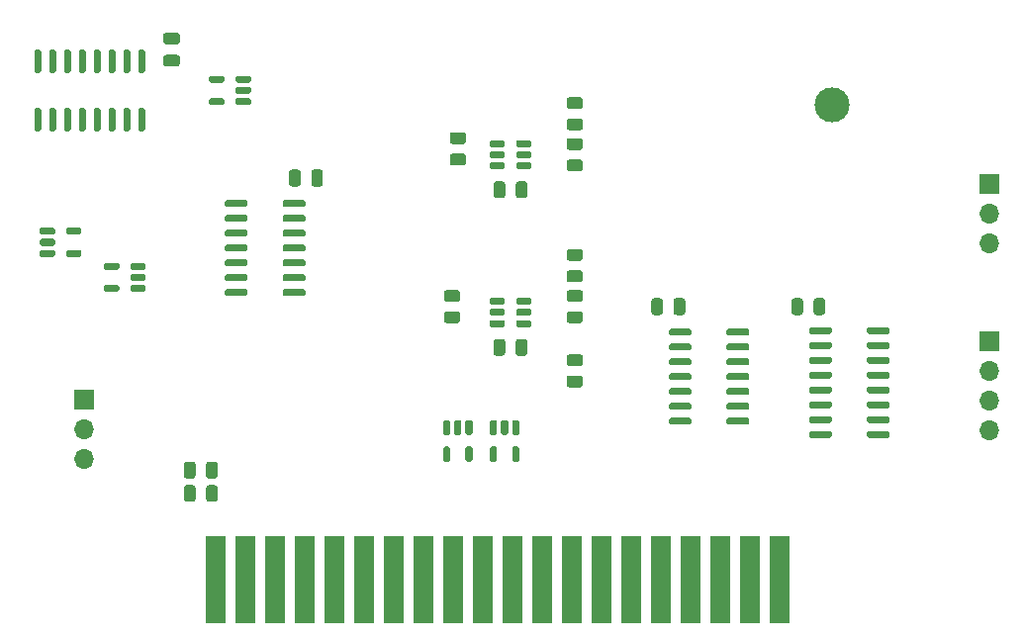
<source format=gbr>
G04 #@! TF.GenerationSoftware,KiCad,Pcbnew,(5.1.8)-1*
G04 #@! TF.CreationDate,2021-05-20T13:25:16+02:00*
G04 #@! TF.ProjectId,UART_peripheral_card_A,55415254-5f70-4657-9269-70686572616c,A V1.1*
G04 #@! TF.SameCoordinates,PX4fa1be0PY3fe56c0*
G04 #@! TF.FileFunction,Soldermask,Bot*
G04 #@! TF.FilePolarity,Negative*
%FSLAX46Y46*%
G04 Gerber Fmt 4.6, Leading zero omitted, Abs format (unit mm)*
G04 Created by KiCad (PCBNEW (5.1.8)-1) date 2021-05-20 13:25:16*
%MOMM*%
%LPD*%
G01*
G04 APERTURE LIST*
%ADD10R,1.700000X7.500000*%
%ADD11C,3.000000*%
%ADD12R,1.700000X1.700000*%
%ADD13O,1.700000X1.700000*%
G04 APERTURE END LIST*
D10*
X72500000Y-49900000D03*
X69960000Y-49900000D03*
X67420000Y-49900000D03*
X64880000Y-49900000D03*
X62340000Y-49900000D03*
X59800000Y-49900000D03*
X57260000Y-49900000D03*
X54720000Y-49900000D03*
X52180000Y-49900000D03*
X49640000Y-49900000D03*
X47100000Y-49900000D03*
X44560000Y-49900000D03*
X42020000Y-49900000D03*
X39480000Y-49900000D03*
X36940000Y-49900000D03*
X31860000Y-49900000D03*
X34400000Y-49900000D03*
X24240000Y-49900000D03*
X26780000Y-49900000D03*
X29320000Y-49900000D03*
D11*
X77000000Y-9200000D03*
G36*
G01*
X24450000Y-42025000D02*
X24450000Y-42975000D01*
G75*
G02*
X24200000Y-43225000I-250000J0D01*
G01*
X23700000Y-43225000D01*
G75*
G02*
X23450000Y-42975000I0J250000D01*
G01*
X23450000Y-42025000D01*
G75*
G02*
X23700000Y-41775000I250000J0D01*
G01*
X24200000Y-41775000D01*
G75*
G02*
X24450000Y-42025000I0J-250000D01*
G01*
G37*
G36*
G01*
X22550000Y-42025000D02*
X22550000Y-42975000D01*
G75*
G02*
X22300000Y-43225000I-250000J0D01*
G01*
X21800000Y-43225000D01*
G75*
G02*
X21550000Y-42975000I0J250000D01*
G01*
X21550000Y-42025000D01*
G75*
G02*
X21800000Y-41775000I250000J0D01*
G01*
X22300000Y-41775000D01*
G75*
G02*
X22550000Y-42025000I0J-250000D01*
G01*
G37*
G36*
G01*
X22550000Y-40025000D02*
X22550000Y-40975000D01*
G75*
G02*
X22300000Y-41225000I-250000J0D01*
G01*
X21800000Y-41225000D01*
G75*
G02*
X21550000Y-40975000I0J250000D01*
G01*
X21550000Y-40025000D01*
G75*
G02*
X21800000Y-39775000I250000J0D01*
G01*
X22300000Y-39775000D01*
G75*
G02*
X22550000Y-40025000I0J-250000D01*
G01*
G37*
G36*
G01*
X24450000Y-40025000D02*
X24450000Y-40975000D01*
G75*
G02*
X24200000Y-41225000I-250000J0D01*
G01*
X23700000Y-41225000D01*
G75*
G02*
X23450000Y-40975000I0J250000D01*
G01*
X23450000Y-40025000D01*
G75*
G02*
X23700000Y-39775000I250000J0D01*
G01*
X24200000Y-39775000D01*
G75*
G02*
X24450000Y-40025000I0J-250000D01*
G01*
G37*
G36*
G01*
X50950000Y-16025000D02*
X50950000Y-16975000D01*
G75*
G02*
X50700000Y-17225000I-250000J0D01*
G01*
X50200000Y-17225000D01*
G75*
G02*
X49950000Y-16975000I0J250000D01*
G01*
X49950000Y-16025000D01*
G75*
G02*
X50200000Y-15775000I250000J0D01*
G01*
X50700000Y-15775000D01*
G75*
G02*
X50950000Y-16025000I0J-250000D01*
G01*
G37*
G36*
G01*
X49050000Y-16025000D02*
X49050000Y-16975000D01*
G75*
G02*
X48800000Y-17225000I-250000J0D01*
G01*
X48300000Y-17225000D01*
G75*
G02*
X48050000Y-16975000I0J250000D01*
G01*
X48050000Y-16025000D01*
G75*
G02*
X48300000Y-15775000I250000J0D01*
G01*
X48800000Y-15775000D01*
G75*
G02*
X49050000Y-16025000I0J-250000D01*
G01*
G37*
G36*
G01*
X49050000Y-29525000D02*
X49050000Y-30475000D01*
G75*
G02*
X48800000Y-30725000I-250000J0D01*
G01*
X48300000Y-30725000D01*
G75*
G02*
X48050000Y-30475000I0J250000D01*
G01*
X48050000Y-29525000D01*
G75*
G02*
X48300000Y-29275000I250000J0D01*
G01*
X48800000Y-29275000D01*
G75*
G02*
X49050000Y-29525000I0J-250000D01*
G01*
G37*
G36*
G01*
X50950000Y-29525000D02*
X50950000Y-30475000D01*
G75*
G02*
X50700000Y-30725000I-250000J0D01*
G01*
X50200000Y-30725000D01*
G75*
G02*
X49950000Y-30475000I0J250000D01*
G01*
X49950000Y-29525000D01*
G75*
G02*
X50200000Y-29275000I250000J0D01*
G01*
X50700000Y-29275000D01*
G75*
G02*
X50950000Y-29525000I0J-250000D01*
G01*
G37*
G36*
G01*
X20025000Y-3050000D02*
X20975000Y-3050000D01*
G75*
G02*
X21225000Y-3300000I0J-250000D01*
G01*
X21225000Y-3800000D01*
G75*
G02*
X20975000Y-4050000I-250000J0D01*
G01*
X20025000Y-4050000D01*
G75*
G02*
X19775000Y-3800000I0J250000D01*
G01*
X19775000Y-3300000D01*
G75*
G02*
X20025000Y-3050000I250000J0D01*
G01*
G37*
G36*
G01*
X20025000Y-4950000D02*
X20975000Y-4950000D01*
G75*
G02*
X21225000Y-5200000I0J-250000D01*
G01*
X21225000Y-5700000D01*
G75*
G02*
X20975000Y-5950000I-250000J0D01*
G01*
X20025000Y-5950000D01*
G75*
G02*
X19775000Y-5700000I0J250000D01*
G01*
X19775000Y-5200000D01*
G75*
G02*
X20025000Y-4950000I250000J0D01*
G01*
G37*
G36*
G01*
X63450000Y-26975000D02*
X63450000Y-26025000D01*
G75*
G02*
X63700000Y-25775000I250000J0D01*
G01*
X64200000Y-25775000D01*
G75*
G02*
X64450000Y-26025000I0J-250000D01*
G01*
X64450000Y-26975000D01*
G75*
G02*
X64200000Y-27225000I-250000J0D01*
G01*
X63700000Y-27225000D01*
G75*
G02*
X63450000Y-26975000I0J250000D01*
G01*
G37*
G36*
G01*
X61550000Y-26975000D02*
X61550000Y-26025000D01*
G75*
G02*
X61800000Y-25775000I250000J0D01*
G01*
X62300000Y-25775000D01*
G75*
G02*
X62550000Y-26025000I0J-250000D01*
G01*
X62550000Y-26975000D01*
G75*
G02*
X62300000Y-27225000I-250000J0D01*
G01*
X61800000Y-27225000D01*
G75*
G02*
X61550000Y-26975000I0J250000D01*
G01*
G37*
G36*
G01*
X75450000Y-26975000D02*
X75450000Y-26025000D01*
G75*
G02*
X75700000Y-25775000I250000J0D01*
G01*
X76200000Y-25775000D01*
G75*
G02*
X76450000Y-26025000I0J-250000D01*
G01*
X76450000Y-26975000D01*
G75*
G02*
X76200000Y-27225000I-250000J0D01*
G01*
X75700000Y-27225000D01*
G75*
G02*
X75450000Y-26975000I0J250000D01*
G01*
G37*
G36*
G01*
X73550000Y-26975000D02*
X73550000Y-26025000D01*
G75*
G02*
X73800000Y-25775000I250000J0D01*
G01*
X74300000Y-25775000D01*
G75*
G02*
X74550000Y-26025000I0J-250000D01*
G01*
X74550000Y-26975000D01*
G75*
G02*
X74300000Y-27225000I-250000J0D01*
G01*
X73800000Y-27225000D01*
G75*
G02*
X73550000Y-26975000I0J250000D01*
G01*
G37*
G36*
G01*
X33450000Y-15025000D02*
X33450000Y-15975000D01*
G75*
G02*
X33200000Y-16225000I-250000J0D01*
G01*
X32700000Y-16225000D01*
G75*
G02*
X32450000Y-15975000I0J250000D01*
G01*
X32450000Y-15025000D01*
G75*
G02*
X32700000Y-14775000I250000J0D01*
G01*
X33200000Y-14775000D01*
G75*
G02*
X33450000Y-15025000I0J-250000D01*
G01*
G37*
G36*
G01*
X31550000Y-15025000D02*
X31550000Y-15975000D01*
G75*
G02*
X31300000Y-16225000I-250000J0D01*
G01*
X30800000Y-16225000D01*
G75*
G02*
X30550000Y-15975000I0J250000D01*
G01*
X30550000Y-15025000D01*
G75*
G02*
X30800000Y-14775000I250000J0D01*
G01*
X31300000Y-14775000D01*
G75*
G02*
X31550000Y-15025000I0J-250000D01*
G01*
G37*
D12*
X90500000Y-29500000D03*
D13*
X90500000Y-32040000D03*
X90500000Y-34580000D03*
X90500000Y-37120000D03*
D12*
X90500000Y-16000000D03*
D13*
X90500000Y-18540000D03*
X90500000Y-21080000D03*
D12*
X13000000Y-34500000D03*
D13*
X13000000Y-37040000D03*
X13000000Y-39580000D03*
G36*
G01*
X55450002Y-14925000D02*
X54549998Y-14925000D01*
G75*
G02*
X54300000Y-14675002I0J249998D01*
G01*
X54300000Y-14149998D01*
G75*
G02*
X54549998Y-13900000I249998J0D01*
G01*
X55450002Y-13900000D01*
G75*
G02*
X55700000Y-14149998I0J-249998D01*
G01*
X55700000Y-14675002D01*
G75*
G02*
X55450002Y-14925000I-249998J0D01*
G01*
G37*
G36*
G01*
X55450002Y-13100000D02*
X54549998Y-13100000D01*
G75*
G02*
X54300000Y-12850002I0J249998D01*
G01*
X54300000Y-12324998D01*
G75*
G02*
X54549998Y-12075000I249998J0D01*
G01*
X55450002Y-12075000D01*
G75*
G02*
X55700000Y-12324998I0J-249998D01*
G01*
X55700000Y-12850002D01*
G75*
G02*
X55450002Y-13100000I-249998J0D01*
G01*
G37*
G36*
G01*
X55450002Y-9600000D02*
X54549998Y-9600000D01*
G75*
G02*
X54300000Y-9350002I0J249998D01*
G01*
X54300000Y-8824998D01*
G75*
G02*
X54549998Y-8575000I249998J0D01*
G01*
X55450002Y-8575000D01*
G75*
G02*
X55700000Y-8824998I0J-249998D01*
G01*
X55700000Y-9350002D01*
G75*
G02*
X55450002Y-9600000I-249998J0D01*
G01*
G37*
G36*
G01*
X55450002Y-11425000D02*
X54549998Y-11425000D01*
G75*
G02*
X54300000Y-11175002I0J249998D01*
G01*
X54300000Y-10649998D01*
G75*
G02*
X54549998Y-10400000I249998J0D01*
G01*
X55450002Y-10400000D01*
G75*
G02*
X55700000Y-10649998I0J-249998D01*
G01*
X55700000Y-11175002D01*
G75*
G02*
X55450002Y-11425000I-249998J0D01*
G01*
G37*
G36*
G01*
X55450002Y-27925000D02*
X54549998Y-27925000D01*
G75*
G02*
X54300000Y-27675002I0J249998D01*
G01*
X54300000Y-27149998D01*
G75*
G02*
X54549998Y-26900000I249998J0D01*
G01*
X55450002Y-26900000D01*
G75*
G02*
X55700000Y-27149998I0J-249998D01*
G01*
X55700000Y-27675002D01*
G75*
G02*
X55450002Y-27925000I-249998J0D01*
G01*
G37*
G36*
G01*
X55450002Y-26100000D02*
X54549998Y-26100000D01*
G75*
G02*
X54300000Y-25850002I0J249998D01*
G01*
X54300000Y-25324998D01*
G75*
G02*
X54549998Y-25075000I249998J0D01*
G01*
X55450002Y-25075000D01*
G75*
G02*
X55700000Y-25324998I0J-249998D01*
G01*
X55700000Y-25850002D01*
G75*
G02*
X55450002Y-26100000I-249998J0D01*
G01*
G37*
G36*
G01*
X55450002Y-22600000D02*
X54549998Y-22600000D01*
G75*
G02*
X54300000Y-22350002I0J249998D01*
G01*
X54300000Y-21824998D01*
G75*
G02*
X54549998Y-21575000I249998J0D01*
G01*
X55450002Y-21575000D01*
G75*
G02*
X55700000Y-21824998I0J-249998D01*
G01*
X55700000Y-22350002D01*
G75*
G02*
X55450002Y-22600000I-249998J0D01*
G01*
G37*
G36*
G01*
X55450002Y-24425000D02*
X54549998Y-24425000D01*
G75*
G02*
X54300000Y-24175002I0J249998D01*
G01*
X54300000Y-23649998D01*
G75*
G02*
X54549998Y-23400000I249998J0D01*
G01*
X55450002Y-23400000D01*
G75*
G02*
X55700000Y-23649998I0J-249998D01*
G01*
X55700000Y-24175002D01*
G75*
G02*
X55450002Y-24425000I-249998J0D01*
G01*
G37*
G36*
G01*
X44549998Y-11575000D02*
X45450002Y-11575000D01*
G75*
G02*
X45700000Y-11824998I0J-249998D01*
G01*
X45700000Y-12350002D01*
G75*
G02*
X45450002Y-12600000I-249998J0D01*
G01*
X44549998Y-12600000D01*
G75*
G02*
X44300000Y-12350002I0J249998D01*
G01*
X44300000Y-11824998D01*
G75*
G02*
X44549998Y-11575000I249998J0D01*
G01*
G37*
G36*
G01*
X44549998Y-13400000D02*
X45450002Y-13400000D01*
G75*
G02*
X45700000Y-13649998I0J-249998D01*
G01*
X45700000Y-14175002D01*
G75*
G02*
X45450002Y-14425000I-249998J0D01*
G01*
X44549998Y-14425000D01*
G75*
G02*
X44300000Y-14175002I0J249998D01*
G01*
X44300000Y-13649998D01*
G75*
G02*
X44549998Y-13400000I249998J0D01*
G01*
G37*
G36*
G01*
X44049998Y-25075000D02*
X44950002Y-25075000D01*
G75*
G02*
X45200000Y-25324998I0J-249998D01*
G01*
X45200000Y-25850002D01*
G75*
G02*
X44950002Y-26100000I-249998J0D01*
G01*
X44049998Y-26100000D01*
G75*
G02*
X43800000Y-25850002I0J249998D01*
G01*
X43800000Y-25324998D01*
G75*
G02*
X44049998Y-25075000I249998J0D01*
G01*
G37*
G36*
G01*
X44049998Y-26900000D02*
X44950002Y-26900000D01*
G75*
G02*
X45200000Y-27149998I0J-249998D01*
G01*
X45200000Y-27675002D01*
G75*
G02*
X44950002Y-27925000I-249998J0D01*
G01*
X44049998Y-27925000D01*
G75*
G02*
X43800000Y-27675002I0J249998D01*
G01*
X43800000Y-27149998D01*
G75*
G02*
X44049998Y-26900000I249998J0D01*
G01*
G37*
G36*
G01*
X54549998Y-30575000D02*
X55450002Y-30575000D01*
G75*
G02*
X55700000Y-30824998I0J-249998D01*
G01*
X55700000Y-31350002D01*
G75*
G02*
X55450002Y-31600000I-249998J0D01*
G01*
X54549998Y-31600000D01*
G75*
G02*
X54300000Y-31350002I0J249998D01*
G01*
X54300000Y-30824998D01*
G75*
G02*
X54549998Y-30575000I249998J0D01*
G01*
G37*
G36*
G01*
X54549998Y-32400000D02*
X55450002Y-32400000D01*
G75*
G02*
X55700000Y-32649998I0J-249998D01*
G01*
X55700000Y-33175002D01*
G75*
G02*
X55450002Y-33425000I-249998J0D01*
G01*
X54549998Y-33425000D01*
G75*
G02*
X54300000Y-33175002I0J249998D01*
G01*
X54300000Y-32649998D01*
G75*
G02*
X54549998Y-32400000I249998J0D01*
G01*
G37*
G36*
G01*
X47700000Y-14600000D02*
X47700000Y-14300000D01*
G75*
G02*
X47850000Y-14150000I150000J0D01*
G01*
X48875000Y-14150000D01*
G75*
G02*
X49025000Y-14300000I0J-150000D01*
G01*
X49025000Y-14600000D01*
G75*
G02*
X48875000Y-14750000I-150000J0D01*
G01*
X47850000Y-14750000D01*
G75*
G02*
X47700000Y-14600000I0J150000D01*
G01*
G37*
G36*
G01*
X47700000Y-13650000D02*
X47700000Y-13350000D01*
G75*
G02*
X47850000Y-13200000I150000J0D01*
G01*
X48875000Y-13200000D01*
G75*
G02*
X49025000Y-13350000I0J-150000D01*
G01*
X49025000Y-13650000D01*
G75*
G02*
X48875000Y-13800000I-150000J0D01*
G01*
X47850000Y-13800000D01*
G75*
G02*
X47700000Y-13650000I0J150000D01*
G01*
G37*
G36*
G01*
X47700000Y-12700000D02*
X47700000Y-12400000D01*
G75*
G02*
X47850000Y-12250000I150000J0D01*
G01*
X48875000Y-12250000D01*
G75*
G02*
X49025000Y-12400000I0J-150000D01*
G01*
X49025000Y-12700000D01*
G75*
G02*
X48875000Y-12850000I-150000J0D01*
G01*
X47850000Y-12850000D01*
G75*
G02*
X47700000Y-12700000I0J150000D01*
G01*
G37*
G36*
G01*
X49975000Y-12700000D02*
X49975000Y-12400000D01*
G75*
G02*
X50125000Y-12250000I150000J0D01*
G01*
X51150000Y-12250000D01*
G75*
G02*
X51300000Y-12400000I0J-150000D01*
G01*
X51300000Y-12700000D01*
G75*
G02*
X51150000Y-12850000I-150000J0D01*
G01*
X50125000Y-12850000D01*
G75*
G02*
X49975000Y-12700000I0J150000D01*
G01*
G37*
G36*
G01*
X49975000Y-13650000D02*
X49975000Y-13350000D01*
G75*
G02*
X50125000Y-13200000I150000J0D01*
G01*
X51150000Y-13200000D01*
G75*
G02*
X51300000Y-13350000I0J-150000D01*
G01*
X51300000Y-13650000D01*
G75*
G02*
X51150000Y-13800000I-150000J0D01*
G01*
X50125000Y-13800000D01*
G75*
G02*
X49975000Y-13650000I0J150000D01*
G01*
G37*
G36*
G01*
X49975000Y-14600000D02*
X49975000Y-14300000D01*
G75*
G02*
X50125000Y-14150000I150000J0D01*
G01*
X51150000Y-14150000D01*
G75*
G02*
X51300000Y-14300000I0J-150000D01*
G01*
X51300000Y-14600000D01*
G75*
G02*
X51150000Y-14750000I-150000J0D01*
G01*
X50125000Y-14750000D01*
G75*
G02*
X49975000Y-14600000I0J150000D01*
G01*
G37*
G36*
G01*
X49975000Y-28100000D02*
X49975000Y-27800000D01*
G75*
G02*
X50125000Y-27650000I150000J0D01*
G01*
X51150000Y-27650000D01*
G75*
G02*
X51300000Y-27800000I0J-150000D01*
G01*
X51300000Y-28100000D01*
G75*
G02*
X51150000Y-28250000I-150000J0D01*
G01*
X50125000Y-28250000D01*
G75*
G02*
X49975000Y-28100000I0J150000D01*
G01*
G37*
G36*
G01*
X49975000Y-27150000D02*
X49975000Y-26850000D01*
G75*
G02*
X50125000Y-26700000I150000J0D01*
G01*
X51150000Y-26700000D01*
G75*
G02*
X51300000Y-26850000I0J-150000D01*
G01*
X51300000Y-27150000D01*
G75*
G02*
X51150000Y-27300000I-150000J0D01*
G01*
X50125000Y-27300000D01*
G75*
G02*
X49975000Y-27150000I0J150000D01*
G01*
G37*
G36*
G01*
X49975000Y-26200000D02*
X49975000Y-25900000D01*
G75*
G02*
X50125000Y-25750000I150000J0D01*
G01*
X51150000Y-25750000D01*
G75*
G02*
X51300000Y-25900000I0J-150000D01*
G01*
X51300000Y-26200000D01*
G75*
G02*
X51150000Y-26350000I-150000J0D01*
G01*
X50125000Y-26350000D01*
G75*
G02*
X49975000Y-26200000I0J150000D01*
G01*
G37*
G36*
G01*
X47700000Y-26200000D02*
X47700000Y-25900000D01*
G75*
G02*
X47850000Y-25750000I150000J0D01*
G01*
X48875000Y-25750000D01*
G75*
G02*
X49025000Y-25900000I0J-150000D01*
G01*
X49025000Y-26200000D01*
G75*
G02*
X48875000Y-26350000I-150000J0D01*
G01*
X47850000Y-26350000D01*
G75*
G02*
X47700000Y-26200000I0J150000D01*
G01*
G37*
G36*
G01*
X47700000Y-27150000D02*
X47700000Y-26850000D01*
G75*
G02*
X47850000Y-26700000I150000J0D01*
G01*
X48875000Y-26700000D01*
G75*
G02*
X49025000Y-26850000I0J-150000D01*
G01*
X49025000Y-27150000D01*
G75*
G02*
X48875000Y-27300000I-150000J0D01*
G01*
X47850000Y-27300000D01*
G75*
G02*
X47700000Y-27150000I0J150000D01*
G01*
G37*
G36*
G01*
X47700000Y-28100000D02*
X47700000Y-27800000D01*
G75*
G02*
X47850000Y-27650000I150000J0D01*
G01*
X48875000Y-27650000D01*
G75*
G02*
X49025000Y-27800000I0J-150000D01*
G01*
X49025000Y-28100000D01*
G75*
G02*
X48875000Y-28250000I-150000J0D01*
G01*
X47850000Y-28250000D01*
G75*
G02*
X47700000Y-28100000I0J150000D01*
G01*
G37*
G36*
G01*
X18095000Y-11500000D02*
X17795000Y-11500000D01*
G75*
G02*
X17645000Y-11350000I0J150000D01*
G01*
X17645000Y-9650000D01*
G75*
G02*
X17795000Y-9500000I150000J0D01*
G01*
X18095000Y-9500000D01*
G75*
G02*
X18245000Y-9650000I0J-150000D01*
G01*
X18245000Y-11350000D01*
G75*
G02*
X18095000Y-11500000I-150000J0D01*
G01*
G37*
G36*
G01*
X16825000Y-11500000D02*
X16525000Y-11500000D01*
G75*
G02*
X16375000Y-11350000I0J150000D01*
G01*
X16375000Y-9650000D01*
G75*
G02*
X16525000Y-9500000I150000J0D01*
G01*
X16825000Y-9500000D01*
G75*
G02*
X16975000Y-9650000I0J-150000D01*
G01*
X16975000Y-11350000D01*
G75*
G02*
X16825000Y-11500000I-150000J0D01*
G01*
G37*
G36*
G01*
X15555000Y-11500000D02*
X15255000Y-11500000D01*
G75*
G02*
X15105000Y-11350000I0J150000D01*
G01*
X15105000Y-9650000D01*
G75*
G02*
X15255000Y-9500000I150000J0D01*
G01*
X15555000Y-9500000D01*
G75*
G02*
X15705000Y-9650000I0J-150000D01*
G01*
X15705000Y-11350000D01*
G75*
G02*
X15555000Y-11500000I-150000J0D01*
G01*
G37*
G36*
G01*
X14285000Y-11500000D02*
X13985000Y-11500000D01*
G75*
G02*
X13835000Y-11350000I0J150000D01*
G01*
X13835000Y-9650000D01*
G75*
G02*
X13985000Y-9500000I150000J0D01*
G01*
X14285000Y-9500000D01*
G75*
G02*
X14435000Y-9650000I0J-150000D01*
G01*
X14435000Y-11350000D01*
G75*
G02*
X14285000Y-11500000I-150000J0D01*
G01*
G37*
G36*
G01*
X13015000Y-11500000D02*
X12715000Y-11500000D01*
G75*
G02*
X12565000Y-11350000I0J150000D01*
G01*
X12565000Y-9650000D01*
G75*
G02*
X12715000Y-9500000I150000J0D01*
G01*
X13015000Y-9500000D01*
G75*
G02*
X13165000Y-9650000I0J-150000D01*
G01*
X13165000Y-11350000D01*
G75*
G02*
X13015000Y-11500000I-150000J0D01*
G01*
G37*
G36*
G01*
X11745000Y-11500000D02*
X11445000Y-11500000D01*
G75*
G02*
X11295000Y-11350000I0J150000D01*
G01*
X11295000Y-9650000D01*
G75*
G02*
X11445000Y-9500000I150000J0D01*
G01*
X11745000Y-9500000D01*
G75*
G02*
X11895000Y-9650000I0J-150000D01*
G01*
X11895000Y-11350000D01*
G75*
G02*
X11745000Y-11500000I-150000J0D01*
G01*
G37*
G36*
G01*
X10475000Y-11500000D02*
X10175000Y-11500000D01*
G75*
G02*
X10025000Y-11350000I0J150000D01*
G01*
X10025000Y-9650000D01*
G75*
G02*
X10175000Y-9500000I150000J0D01*
G01*
X10475000Y-9500000D01*
G75*
G02*
X10625000Y-9650000I0J-150000D01*
G01*
X10625000Y-11350000D01*
G75*
G02*
X10475000Y-11500000I-150000J0D01*
G01*
G37*
G36*
G01*
X9205000Y-11500000D02*
X8905000Y-11500000D01*
G75*
G02*
X8755000Y-11350000I0J150000D01*
G01*
X8755000Y-9650000D01*
G75*
G02*
X8905000Y-9500000I150000J0D01*
G01*
X9205000Y-9500000D01*
G75*
G02*
X9355000Y-9650000I0J-150000D01*
G01*
X9355000Y-11350000D01*
G75*
G02*
X9205000Y-11500000I-150000J0D01*
G01*
G37*
G36*
G01*
X9205000Y-6500000D02*
X8905000Y-6500000D01*
G75*
G02*
X8755000Y-6350000I0J150000D01*
G01*
X8755000Y-4650000D01*
G75*
G02*
X8905000Y-4500000I150000J0D01*
G01*
X9205000Y-4500000D01*
G75*
G02*
X9355000Y-4650000I0J-150000D01*
G01*
X9355000Y-6350000D01*
G75*
G02*
X9205000Y-6500000I-150000J0D01*
G01*
G37*
G36*
G01*
X10475000Y-6500000D02*
X10175000Y-6500000D01*
G75*
G02*
X10025000Y-6350000I0J150000D01*
G01*
X10025000Y-4650000D01*
G75*
G02*
X10175000Y-4500000I150000J0D01*
G01*
X10475000Y-4500000D01*
G75*
G02*
X10625000Y-4650000I0J-150000D01*
G01*
X10625000Y-6350000D01*
G75*
G02*
X10475000Y-6500000I-150000J0D01*
G01*
G37*
G36*
G01*
X11745000Y-6500000D02*
X11445000Y-6500000D01*
G75*
G02*
X11295000Y-6350000I0J150000D01*
G01*
X11295000Y-4650000D01*
G75*
G02*
X11445000Y-4500000I150000J0D01*
G01*
X11745000Y-4500000D01*
G75*
G02*
X11895000Y-4650000I0J-150000D01*
G01*
X11895000Y-6350000D01*
G75*
G02*
X11745000Y-6500000I-150000J0D01*
G01*
G37*
G36*
G01*
X13015000Y-6500000D02*
X12715000Y-6500000D01*
G75*
G02*
X12565000Y-6350000I0J150000D01*
G01*
X12565000Y-4650000D01*
G75*
G02*
X12715000Y-4500000I150000J0D01*
G01*
X13015000Y-4500000D01*
G75*
G02*
X13165000Y-4650000I0J-150000D01*
G01*
X13165000Y-6350000D01*
G75*
G02*
X13015000Y-6500000I-150000J0D01*
G01*
G37*
G36*
G01*
X14285000Y-6500000D02*
X13985000Y-6500000D01*
G75*
G02*
X13835000Y-6350000I0J150000D01*
G01*
X13835000Y-4650000D01*
G75*
G02*
X13985000Y-4500000I150000J0D01*
G01*
X14285000Y-4500000D01*
G75*
G02*
X14435000Y-4650000I0J-150000D01*
G01*
X14435000Y-6350000D01*
G75*
G02*
X14285000Y-6500000I-150000J0D01*
G01*
G37*
G36*
G01*
X15555000Y-6500000D02*
X15255000Y-6500000D01*
G75*
G02*
X15105000Y-6350000I0J150000D01*
G01*
X15105000Y-4650000D01*
G75*
G02*
X15255000Y-4500000I150000J0D01*
G01*
X15555000Y-4500000D01*
G75*
G02*
X15705000Y-4650000I0J-150000D01*
G01*
X15705000Y-6350000D01*
G75*
G02*
X15555000Y-6500000I-150000J0D01*
G01*
G37*
G36*
G01*
X16825000Y-6500000D02*
X16525000Y-6500000D01*
G75*
G02*
X16375000Y-6350000I0J150000D01*
G01*
X16375000Y-4650000D01*
G75*
G02*
X16525000Y-4500000I150000J0D01*
G01*
X16825000Y-4500000D01*
G75*
G02*
X16975000Y-4650000I0J-150000D01*
G01*
X16975000Y-6350000D01*
G75*
G02*
X16825000Y-6500000I-150000J0D01*
G01*
G37*
G36*
G01*
X18095000Y-6500000D02*
X17795000Y-6500000D01*
G75*
G02*
X17645000Y-6350000I0J150000D01*
G01*
X17645000Y-4650000D01*
G75*
G02*
X17795000Y-4500000I150000J0D01*
G01*
X18095000Y-4500000D01*
G75*
G02*
X18245000Y-4650000I0J-150000D01*
G01*
X18245000Y-6350000D01*
G75*
G02*
X18095000Y-6500000I-150000J0D01*
G01*
G37*
G36*
G01*
X65000000Y-28540000D02*
X65000000Y-28840000D01*
G75*
G02*
X64850000Y-28990000I-150000J0D01*
G01*
X63200000Y-28990000D01*
G75*
G02*
X63050000Y-28840000I0J150000D01*
G01*
X63050000Y-28540000D01*
G75*
G02*
X63200000Y-28390000I150000J0D01*
G01*
X64850000Y-28390000D01*
G75*
G02*
X65000000Y-28540000I0J-150000D01*
G01*
G37*
G36*
G01*
X65000000Y-29810000D02*
X65000000Y-30110000D01*
G75*
G02*
X64850000Y-30260000I-150000J0D01*
G01*
X63200000Y-30260000D01*
G75*
G02*
X63050000Y-30110000I0J150000D01*
G01*
X63050000Y-29810000D01*
G75*
G02*
X63200000Y-29660000I150000J0D01*
G01*
X64850000Y-29660000D01*
G75*
G02*
X65000000Y-29810000I0J-150000D01*
G01*
G37*
G36*
G01*
X65000000Y-31080000D02*
X65000000Y-31380000D01*
G75*
G02*
X64850000Y-31530000I-150000J0D01*
G01*
X63200000Y-31530000D01*
G75*
G02*
X63050000Y-31380000I0J150000D01*
G01*
X63050000Y-31080000D01*
G75*
G02*
X63200000Y-30930000I150000J0D01*
G01*
X64850000Y-30930000D01*
G75*
G02*
X65000000Y-31080000I0J-150000D01*
G01*
G37*
G36*
G01*
X65000000Y-32350000D02*
X65000000Y-32650000D01*
G75*
G02*
X64850000Y-32800000I-150000J0D01*
G01*
X63200000Y-32800000D01*
G75*
G02*
X63050000Y-32650000I0J150000D01*
G01*
X63050000Y-32350000D01*
G75*
G02*
X63200000Y-32200000I150000J0D01*
G01*
X64850000Y-32200000D01*
G75*
G02*
X65000000Y-32350000I0J-150000D01*
G01*
G37*
G36*
G01*
X65000000Y-33620000D02*
X65000000Y-33920000D01*
G75*
G02*
X64850000Y-34070000I-150000J0D01*
G01*
X63200000Y-34070000D01*
G75*
G02*
X63050000Y-33920000I0J150000D01*
G01*
X63050000Y-33620000D01*
G75*
G02*
X63200000Y-33470000I150000J0D01*
G01*
X64850000Y-33470000D01*
G75*
G02*
X65000000Y-33620000I0J-150000D01*
G01*
G37*
G36*
G01*
X65000000Y-34890000D02*
X65000000Y-35190000D01*
G75*
G02*
X64850000Y-35340000I-150000J0D01*
G01*
X63200000Y-35340000D01*
G75*
G02*
X63050000Y-35190000I0J150000D01*
G01*
X63050000Y-34890000D01*
G75*
G02*
X63200000Y-34740000I150000J0D01*
G01*
X64850000Y-34740000D01*
G75*
G02*
X65000000Y-34890000I0J-150000D01*
G01*
G37*
G36*
G01*
X65000000Y-36160000D02*
X65000000Y-36460000D01*
G75*
G02*
X64850000Y-36610000I-150000J0D01*
G01*
X63200000Y-36610000D01*
G75*
G02*
X63050000Y-36460000I0J150000D01*
G01*
X63050000Y-36160000D01*
G75*
G02*
X63200000Y-36010000I150000J0D01*
G01*
X64850000Y-36010000D01*
G75*
G02*
X65000000Y-36160000I0J-150000D01*
G01*
G37*
G36*
G01*
X69950000Y-36160000D02*
X69950000Y-36460000D01*
G75*
G02*
X69800000Y-36610000I-150000J0D01*
G01*
X68150000Y-36610000D01*
G75*
G02*
X68000000Y-36460000I0J150000D01*
G01*
X68000000Y-36160000D01*
G75*
G02*
X68150000Y-36010000I150000J0D01*
G01*
X69800000Y-36010000D01*
G75*
G02*
X69950000Y-36160000I0J-150000D01*
G01*
G37*
G36*
G01*
X69950000Y-34890000D02*
X69950000Y-35190000D01*
G75*
G02*
X69800000Y-35340000I-150000J0D01*
G01*
X68150000Y-35340000D01*
G75*
G02*
X68000000Y-35190000I0J150000D01*
G01*
X68000000Y-34890000D01*
G75*
G02*
X68150000Y-34740000I150000J0D01*
G01*
X69800000Y-34740000D01*
G75*
G02*
X69950000Y-34890000I0J-150000D01*
G01*
G37*
G36*
G01*
X69950000Y-33620000D02*
X69950000Y-33920000D01*
G75*
G02*
X69800000Y-34070000I-150000J0D01*
G01*
X68150000Y-34070000D01*
G75*
G02*
X68000000Y-33920000I0J150000D01*
G01*
X68000000Y-33620000D01*
G75*
G02*
X68150000Y-33470000I150000J0D01*
G01*
X69800000Y-33470000D01*
G75*
G02*
X69950000Y-33620000I0J-150000D01*
G01*
G37*
G36*
G01*
X69950000Y-32350000D02*
X69950000Y-32650000D01*
G75*
G02*
X69800000Y-32800000I-150000J0D01*
G01*
X68150000Y-32800000D01*
G75*
G02*
X68000000Y-32650000I0J150000D01*
G01*
X68000000Y-32350000D01*
G75*
G02*
X68150000Y-32200000I150000J0D01*
G01*
X69800000Y-32200000D01*
G75*
G02*
X69950000Y-32350000I0J-150000D01*
G01*
G37*
G36*
G01*
X69950000Y-31080000D02*
X69950000Y-31380000D01*
G75*
G02*
X69800000Y-31530000I-150000J0D01*
G01*
X68150000Y-31530000D01*
G75*
G02*
X68000000Y-31380000I0J150000D01*
G01*
X68000000Y-31080000D01*
G75*
G02*
X68150000Y-30930000I150000J0D01*
G01*
X69800000Y-30930000D01*
G75*
G02*
X69950000Y-31080000I0J-150000D01*
G01*
G37*
G36*
G01*
X69950000Y-29810000D02*
X69950000Y-30110000D01*
G75*
G02*
X69800000Y-30260000I-150000J0D01*
G01*
X68150000Y-30260000D01*
G75*
G02*
X68000000Y-30110000I0J150000D01*
G01*
X68000000Y-29810000D01*
G75*
G02*
X68150000Y-29660000I150000J0D01*
G01*
X69800000Y-29660000D01*
G75*
G02*
X69950000Y-29810000I0J-150000D01*
G01*
G37*
G36*
G01*
X69950000Y-28540000D02*
X69950000Y-28840000D01*
G75*
G02*
X69800000Y-28990000I-150000J0D01*
G01*
X68150000Y-28990000D01*
G75*
G02*
X68000000Y-28840000I0J150000D01*
G01*
X68000000Y-28540000D01*
G75*
G02*
X68150000Y-28390000I150000J0D01*
G01*
X69800000Y-28390000D01*
G75*
G02*
X69950000Y-28540000I0J-150000D01*
G01*
G37*
G36*
G01*
X27300000Y-6900000D02*
X27300000Y-7200000D01*
G75*
G02*
X27150000Y-7350000I-150000J0D01*
G01*
X26125000Y-7350000D01*
G75*
G02*
X25975000Y-7200000I0J150000D01*
G01*
X25975000Y-6900000D01*
G75*
G02*
X26125000Y-6750000I150000J0D01*
G01*
X27150000Y-6750000D01*
G75*
G02*
X27300000Y-6900000I0J-150000D01*
G01*
G37*
G36*
G01*
X27300000Y-7850000D02*
X27300000Y-8150000D01*
G75*
G02*
X27150000Y-8300000I-150000J0D01*
G01*
X26125000Y-8300000D01*
G75*
G02*
X25975000Y-8150000I0J150000D01*
G01*
X25975000Y-7850000D01*
G75*
G02*
X26125000Y-7700000I150000J0D01*
G01*
X27150000Y-7700000D01*
G75*
G02*
X27300000Y-7850000I0J-150000D01*
G01*
G37*
G36*
G01*
X27300000Y-8800000D02*
X27300000Y-9100000D01*
G75*
G02*
X27150000Y-9250000I-150000J0D01*
G01*
X26125000Y-9250000D01*
G75*
G02*
X25975000Y-9100000I0J150000D01*
G01*
X25975000Y-8800000D01*
G75*
G02*
X26125000Y-8650000I150000J0D01*
G01*
X27150000Y-8650000D01*
G75*
G02*
X27300000Y-8800000I0J-150000D01*
G01*
G37*
G36*
G01*
X25025000Y-8800000D02*
X25025000Y-9100000D01*
G75*
G02*
X24875000Y-9250000I-150000J0D01*
G01*
X23850000Y-9250000D01*
G75*
G02*
X23700000Y-9100000I0J150000D01*
G01*
X23700000Y-8800000D01*
G75*
G02*
X23850000Y-8650000I150000J0D01*
G01*
X24875000Y-8650000D01*
G75*
G02*
X25025000Y-8800000I0J-150000D01*
G01*
G37*
G36*
G01*
X25025000Y-6900000D02*
X25025000Y-7200000D01*
G75*
G02*
X24875000Y-7350000I-150000J0D01*
G01*
X23850000Y-7350000D01*
G75*
G02*
X23700000Y-7200000I0J150000D01*
G01*
X23700000Y-6900000D01*
G75*
G02*
X23850000Y-6750000I150000J0D01*
G01*
X24875000Y-6750000D01*
G75*
G02*
X25025000Y-6900000I0J-150000D01*
G01*
G37*
G36*
G01*
X81950000Y-28405000D02*
X81950000Y-28705000D01*
G75*
G02*
X81800000Y-28855000I-150000J0D01*
G01*
X80150000Y-28855000D01*
G75*
G02*
X80000000Y-28705000I0J150000D01*
G01*
X80000000Y-28405000D01*
G75*
G02*
X80150000Y-28255000I150000J0D01*
G01*
X81800000Y-28255000D01*
G75*
G02*
X81950000Y-28405000I0J-150000D01*
G01*
G37*
G36*
G01*
X81950000Y-29675000D02*
X81950000Y-29975000D01*
G75*
G02*
X81800000Y-30125000I-150000J0D01*
G01*
X80150000Y-30125000D01*
G75*
G02*
X80000000Y-29975000I0J150000D01*
G01*
X80000000Y-29675000D01*
G75*
G02*
X80150000Y-29525000I150000J0D01*
G01*
X81800000Y-29525000D01*
G75*
G02*
X81950000Y-29675000I0J-150000D01*
G01*
G37*
G36*
G01*
X81950000Y-30945000D02*
X81950000Y-31245000D01*
G75*
G02*
X81800000Y-31395000I-150000J0D01*
G01*
X80150000Y-31395000D01*
G75*
G02*
X80000000Y-31245000I0J150000D01*
G01*
X80000000Y-30945000D01*
G75*
G02*
X80150000Y-30795000I150000J0D01*
G01*
X81800000Y-30795000D01*
G75*
G02*
X81950000Y-30945000I0J-150000D01*
G01*
G37*
G36*
G01*
X81950000Y-32215000D02*
X81950000Y-32515000D01*
G75*
G02*
X81800000Y-32665000I-150000J0D01*
G01*
X80150000Y-32665000D01*
G75*
G02*
X80000000Y-32515000I0J150000D01*
G01*
X80000000Y-32215000D01*
G75*
G02*
X80150000Y-32065000I150000J0D01*
G01*
X81800000Y-32065000D01*
G75*
G02*
X81950000Y-32215000I0J-150000D01*
G01*
G37*
G36*
G01*
X81950000Y-33485000D02*
X81950000Y-33785000D01*
G75*
G02*
X81800000Y-33935000I-150000J0D01*
G01*
X80150000Y-33935000D01*
G75*
G02*
X80000000Y-33785000I0J150000D01*
G01*
X80000000Y-33485000D01*
G75*
G02*
X80150000Y-33335000I150000J0D01*
G01*
X81800000Y-33335000D01*
G75*
G02*
X81950000Y-33485000I0J-150000D01*
G01*
G37*
G36*
G01*
X81950000Y-34755000D02*
X81950000Y-35055000D01*
G75*
G02*
X81800000Y-35205000I-150000J0D01*
G01*
X80150000Y-35205000D01*
G75*
G02*
X80000000Y-35055000I0J150000D01*
G01*
X80000000Y-34755000D01*
G75*
G02*
X80150000Y-34605000I150000J0D01*
G01*
X81800000Y-34605000D01*
G75*
G02*
X81950000Y-34755000I0J-150000D01*
G01*
G37*
G36*
G01*
X81950000Y-36025000D02*
X81950000Y-36325000D01*
G75*
G02*
X81800000Y-36475000I-150000J0D01*
G01*
X80150000Y-36475000D01*
G75*
G02*
X80000000Y-36325000I0J150000D01*
G01*
X80000000Y-36025000D01*
G75*
G02*
X80150000Y-35875000I150000J0D01*
G01*
X81800000Y-35875000D01*
G75*
G02*
X81950000Y-36025000I0J-150000D01*
G01*
G37*
G36*
G01*
X81950000Y-37295000D02*
X81950000Y-37595000D01*
G75*
G02*
X81800000Y-37745000I-150000J0D01*
G01*
X80150000Y-37745000D01*
G75*
G02*
X80000000Y-37595000I0J150000D01*
G01*
X80000000Y-37295000D01*
G75*
G02*
X80150000Y-37145000I150000J0D01*
G01*
X81800000Y-37145000D01*
G75*
G02*
X81950000Y-37295000I0J-150000D01*
G01*
G37*
G36*
G01*
X77000000Y-37295000D02*
X77000000Y-37595000D01*
G75*
G02*
X76850000Y-37745000I-150000J0D01*
G01*
X75200000Y-37745000D01*
G75*
G02*
X75050000Y-37595000I0J150000D01*
G01*
X75050000Y-37295000D01*
G75*
G02*
X75200000Y-37145000I150000J0D01*
G01*
X76850000Y-37145000D01*
G75*
G02*
X77000000Y-37295000I0J-150000D01*
G01*
G37*
G36*
G01*
X77000000Y-36025000D02*
X77000000Y-36325000D01*
G75*
G02*
X76850000Y-36475000I-150000J0D01*
G01*
X75200000Y-36475000D01*
G75*
G02*
X75050000Y-36325000I0J150000D01*
G01*
X75050000Y-36025000D01*
G75*
G02*
X75200000Y-35875000I150000J0D01*
G01*
X76850000Y-35875000D01*
G75*
G02*
X77000000Y-36025000I0J-150000D01*
G01*
G37*
G36*
G01*
X77000000Y-34755000D02*
X77000000Y-35055000D01*
G75*
G02*
X76850000Y-35205000I-150000J0D01*
G01*
X75200000Y-35205000D01*
G75*
G02*
X75050000Y-35055000I0J150000D01*
G01*
X75050000Y-34755000D01*
G75*
G02*
X75200000Y-34605000I150000J0D01*
G01*
X76850000Y-34605000D01*
G75*
G02*
X77000000Y-34755000I0J-150000D01*
G01*
G37*
G36*
G01*
X77000000Y-33485000D02*
X77000000Y-33785000D01*
G75*
G02*
X76850000Y-33935000I-150000J0D01*
G01*
X75200000Y-33935000D01*
G75*
G02*
X75050000Y-33785000I0J150000D01*
G01*
X75050000Y-33485000D01*
G75*
G02*
X75200000Y-33335000I150000J0D01*
G01*
X76850000Y-33335000D01*
G75*
G02*
X77000000Y-33485000I0J-150000D01*
G01*
G37*
G36*
G01*
X77000000Y-32215000D02*
X77000000Y-32515000D01*
G75*
G02*
X76850000Y-32665000I-150000J0D01*
G01*
X75200000Y-32665000D01*
G75*
G02*
X75050000Y-32515000I0J150000D01*
G01*
X75050000Y-32215000D01*
G75*
G02*
X75200000Y-32065000I150000J0D01*
G01*
X76850000Y-32065000D01*
G75*
G02*
X77000000Y-32215000I0J-150000D01*
G01*
G37*
G36*
G01*
X77000000Y-30945000D02*
X77000000Y-31245000D01*
G75*
G02*
X76850000Y-31395000I-150000J0D01*
G01*
X75200000Y-31395000D01*
G75*
G02*
X75050000Y-31245000I0J150000D01*
G01*
X75050000Y-30945000D01*
G75*
G02*
X75200000Y-30795000I150000J0D01*
G01*
X76850000Y-30795000D01*
G75*
G02*
X77000000Y-30945000I0J-150000D01*
G01*
G37*
G36*
G01*
X77000000Y-29675000D02*
X77000000Y-29975000D01*
G75*
G02*
X76850000Y-30125000I-150000J0D01*
G01*
X75200000Y-30125000D01*
G75*
G02*
X75050000Y-29975000I0J150000D01*
G01*
X75050000Y-29675000D01*
G75*
G02*
X75200000Y-29525000I150000J0D01*
G01*
X76850000Y-29525000D01*
G75*
G02*
X77000000Y-29675000I0J-150000D01*
G01*
G37*
G36*
G01*
X77000000Y-28405000D02*
X77000000Y-28705000D01*
G75*
G02*
X76850000Y-28855000I-150000J0D01*
G01*
X75200000Y-28855000D01*
G75*
G02*
X75050000Y-28705000I0J150000D01*
G01*
X75050000Y-28405000D01*
G75*
G02*
X75200000Y-28255000I150000J0D01*
G01*
X76850000Y-28255000D01*
G75*
G02*
X77000000Y-28405000I0J-150000D01*
G01*
G37*
G36*
G01*
X25050000Y-25460000D02*
X25050000Y-25160000D01*
G75*
G02*
X25200000Y-25010000I150000J0D01*
G01*
X26850000Y-25010000D01*
G75*
G02*
X27000000Y-25160000I0J-150000D01*
G01*
X27000000Y-25460000D01*
G75*
G02*
X26850000Y-25610000I-150000J0D01*
G01*
X25200000Y-25610000D01*
G75*
G02*
X25050000Y-25460000I0J150000D01*
G01*
G37*
G36*
G01*
X25050000Y-24190000D02*
X25050000Y-23890000D01*
G75*
G02*
X25200000Y-23740000I150000J0D01*
G01*
X26850000Y-23740000D01*
G75*
G02*
X27000000Y-23890000I0J-150000D01*
G01*
X27000000Y-24190000D01*
G75*
G02*
X26850000Y-24340000I-150000J0D01*
G01*
X25200000Y-24340000D01*
G75*
G02*
X25050000Y-24190000I0J150000D01*
G01*
G37*
G36*
G01*
X25050000Y-22920000D02*
X25050000Y-22620000D01*
G75*
G02*
X25200000Y-22470000I150000J0D01*
G01*
X26850000Y-22470000D01*
G75*
G02*
X27000000Y-22620000I0J-150000D01*
G01*
X27000000Y-22920000D01*
G75*
G02*
X26850000Y-23070000I-150000J0D01*
G01*
X25200000Y-23070000D01*
G75*
G02*
X25050000Y-22920000I0J150000D01*
G01*
G37*
G36*
G01*
X25050000Y-21650000D02*
X25050000Y-21350000D01*
G75*
G02*
X25200000Y-21200000I150000J0D01*
G01*
X26850000Y-21200000D01*
G75*
G02*
X27000000Y-21350000I0J-150000D01*
G01*
X27000000Y-21650000D01*
G75*
G02*
X26850000Y-21800000I-150000J0D01*
G01*
X25200000Y-21800000D01*
G75*
G02*
X25050000Y-21650000I0J150000D01*
G01*
G37*
G36*
G01*
X25050000Y-20380000D02*
X25050000Y-20080000D01*
G75*
G02*
X25200000Y-19930000I150000J0D01*
G01*
X26850000Y-19930000D01*
G75*
G02*
X27000000Y-20080000I0J-150000D01*
G01*
X27000000Y-20380000D01*
G75*
G02*
X26850000Y-20530000I-150000J0D01*
G01*
X25200000Y-20530000D01*
G75*
G02*
X25050000Y-20380000I0J150000D01*
G01*
G37*
G36*
G01*
X25050000Y-19110000D02*
X25050000Y-18810000D01*
G75*
G02*
X25200000Y-18660000I150000J0D01*
G01*
X26850000Y-18660000D01*
G75*
G02*
X27000000Y-18810000I0J-150000D01*
G01*
X27000000Y-19110000D01*
G75*
G02*
X26850000Y-19260000I-150000J0D01*
G01*
X25200000Y-19260000D01*
G75*
G02*
X25050000Y-19110000I0J150000D01*
G01*
G37*
G36*
G01*
X25050000Y-17840000D02*
X25050000Y-17540000D01*
G75*
G02*
X25200000Y-17390000I150000J0D01*
G01*
X26850000Y-17390000D01*
G75*
G02*
X27000000Y-17540000I0J-150000D01*
G01*
X27000000Y-17840000D01*
G75*
G02*
X26850000Y-17990000I-150000J0D01*
G01*
X25200000Y-17990000D01*
G75*
G02*
X25050000Y-17840000I0J150000D01*
G01*
G37*
G36*
G01*
X30000000Y-17840000D02*
X30000000Y-17540000D01*
G75*
G02*
X30150000Y-17390000I150000J0D01*
G01*
X31800000Y-17390000D01*
G75*
G02*
X31950000Y-17540000I0J-150000D01*
G01*
X31950000Y-17840000D01*
G75*
G02*
X31800000Y-17990000I-150000J0D01*
G01*
X30150000Y-17990000D01*
G75*
G02*
X30000000Y-17840000I0J150000D01*
G01*
G37*
G36*
G01*
X30000000Y-19110000D02*
X30000000Y-18810000D01*
G75*
G02*
X30150000Y-18660000I150000J0D01*
G01*
X31800000Y-18660000D01*
G75*
G02*
X31950000Y-18810000I0J-150000D01*
G01*
X31950000Y-19110000D01*
G75*
G02*
X31800000Y-19260000I-150000J0D01*
G01*
X30150000Y-19260000D01*
G75*
G02*
X30000000Y-19110000I0J150000D01*
G01*
G37*
G36*
G01*
X30000000Y-20380000D02*
X30000000Y-20080000D01*
G75*
G02*
X30150000Y-19930000I150000J0D01*
G01*
X31800000Y-19930000D01*
G75*
G02*
X31950000Y-20080000I0J-150000D01*
G01*
X31950000Y-20380000D01*
G75*
G02*
X31800000Y-20530000I-150000J0D01*
G01*
X30150000Y-20530000D01*
G75*
G02*
X30000000Y-20380000I0J150000D01*
G01*
G37*
G36*
G01*
X30000000Y-21650000D02*
X30000000Y-21350000D01*
G75*
G02*
X30150000Y-21200000I150000J0D01*
G01*
X31800000Y-21200000D01*
G75*
G02*
X31950000Y-21350000I0J-150000D01*
G01*
X31950000Y-21650000D01*
G75*
G02*
X31800000Y-21800000I-150000J0D01*
G01*
X30150000Y-21800000D01*
G75*
G02*
X30000000Y-21650000I0J150000D01*
G01*
G37*
G36*
G01*
X30000000Y-22920000D02*
X30000000Y-22620000D01*
G75*
G02*
X30150000Y-22470000I150000J0D01*
G01*
X31800000Y-22470000D01*
G75*
G02*
X31950000Y-22620000I0J-150000D01*
G01*
X31950000Y-22920000D01*
G75*
G02*
X31800000Y-23070000I-150000J0D01*
G01*
X30150000Y-23070000D01*
G75*
G02*
X30000000Y-22920000I0J150000D01*
G01*
G37*
G36*
G01*
X30000000Y-24190000D02*
X30000000Y-23890000D01*
G75*
G02*
X30150000Y-23740000I150000J0D01*
G01*
X31800000Y-23740000D01*
G75*
G02*
X31950000Y-23890000I0J-150000D01*
G01*
X31950000Y-24190000D01*
G75*
G02*
X31800000Y-24340000I-150000J0D01*
G01*
X30150000Y-24340000D01*
G75*
G02*
X30000000Y-24190000I0J150000D01*
G01*
G37*
G36*
G01*
X30000000Y-25460000D02*
X30000000Y-25160000D01*
G75*
G02*
X30150000Y-25010000I150000J0D01*
G01*
X31800000Y-25010000D01*
G75*
G02*
X31950000Y-25160000I0J-150000D01*
G01*
X31950000Y-25460000D01*
G75*
G02*
X31800000Y-25610000I-150000J0D01*
G01*
X30150000Y-25610000D01*
G75*
G02*
X30000000Y-25460000I0J150000D01*
G01*
G37*
G36*
G01*
X9200000Y-22100000D02*
X9200000Y-21800000D01*
G75*
G02*
X9350000Y-21650000I150000J0D01*
G01*
X10375000Y-21650000D01*
G75*
G02*
X10525000Y-21800000I0J-150000D01*
G01*
X10525000Y-22100000D01*
G75*
G02*
X10375000Y-22250000I-150000J0D01*
G01*
X9350000Y-22250000D01*
G75*
G02*
X9200000Y-22100000I0J150000D01*
G01*
G37*
G36*
G01*
X9200000Y-21150000D02*
X9200000Y-20850000D01*
G75*
G02*
X9350000Y-20700000I150000J0D01*
G01*
X10375000Y-20700000D01*
G75*
G02*
X10525000Y-20850000I0J-150000D01*
G01*
X10525000Y-21150000D01*
G75*
G02*
X10375000Y-21300000I-150000J0D01*
G01*
X9350000Y-21300000D01*
G75*
G02*
X9200000Y-21150000I0J150000D01*
G01*
G37*
G36*
G01*
X9200000Y-20200000D02*
X9200000Y-19900000D01*
G75*
G02*
X9350000Y-19750000I150000J0D01*
G01*
X10375000Y-19750000D01*
G75*
G02*
X10525000Y-19900000I0J-150000D01*
G01*
X10525000Y-20200000D01*
G75*
G02*
X10375000Y-20350000I-150000J0D01*
G01*
X9350000Y-20350000D01*
G75*
G02*
X9200000Y-20200000I0J150000D01*
G01*
G37*
G36*
G01*
X11475000Y-20200000D02*
X11475000Y-19900000D01*
G75*
G02*
X11625000Y-19750000I150000J0D01*
G01*
X12650000Y-19750000D01*
G75*
G02*
X12800000Y-19900000I0J-150000D01*
G01*
X12800000Y-20200000D01*
G75*
G02*
X12650000Y-20350000I-150000J0D01*
G01*
X11625000Y-20350000D01*
G75*
G02*
X11475000Y-20200000I0J150000D01*
G01*
G37*
G36*
G01*
X11475000Y-22100000D02*
X11475000Y-21800000D01*
G75*
G02*
X11625000Y-21650000I150000J0D01*
G01*
X12650000Y-21650000D01*
G75*
G02*
X12800000Y-21800000I0J-150000D01*
G01*
X12800000Y-22100000D01*
G75*
G02*
X12650000Y-22250000I-150000J0D01*
G01*
X11625000Y-22250000D01*
G75*
G02*
X11475000Y-22100000I0J150000D01*
G01*
G37*
G36*
G01*
X18300000Y-22900000D02*
X18300000Y-23200000D01*
G75*
G02*
X18150000Y-23350000I-150000J0D01*
G01*
X17125000Y-23350000D01*
G75*
G02*
X16975000Y-23200000I0J150000D01*
G01*
X16975000Y-22900000D01*
G75*
G02*
X17125000Y-22750000I150000J0D01*
G01*
X18150000Y-22750000D01*
G75*
G02*
X18300000Y-22900000I0J-150000D01*
G01*
G37*
G36*
G01*
X18300000Y-23850000D02*
X18300000Y-24150000D01*
G75*
G02*
X18150000Y-24300000I-150000J0D01*
G01*
X17125000Y-24300000D01*
G75*
G02*
X16975000Y-24150000I0J150000D01*
G01*
X16975000Y-23850000D01*
G75*
G02*
X17125000Y-23700000I150000J0D01*
G01*
X18150000Y-23700000D01*
G75*
G02*
X18300000Y-23850000I0J-150000D01*
G01*
G37*
G36*
G01*
X18300000Y-24800000D02*
X18300000Y-25100000D01*
G75*
G02*
X18150000Y-25250000I-150000J0D01*
G01*
X17125000Y-25250000D01*
G75*
G02*
X16975000Y-25100000I0J150000D01*
G01*
X16975000Y-24800000D01*
G75*
G02*
X17125000Y-24650000I150000J0D01*
G01*
X18150000Y-24650000D01*
G75*
G02*
X18300000Y-24800000I0J-150000D01*
G01*
G37*
G36*
G01*
X16025000Y-24800000D02*
X16025000Y-25100000D01*
G75*
G02*
X15875000Y-25250000I-150000J0D01*
G01*
X14850000Y-25250000D01*
G75*
G02*
X14700000Y-25100000I0J150000D01*
G01*
X14700000Y-24800000D01*
G75*
G02*
X14850000Y-24650000I150000J0D01*
G01*
X15875000Y-24650000D01*
G75*
G02*
X16025000Y-24800000I0J-150000D01*
G01*
G37*
G36*
G01*
X16025000Y-22900000D02*
X16025000Y-23200000D01*
G75*
G02*
X15875000Y-23350000I-150000J0D01*
G01*
X14850000Y-23350000D01*
G75*
G02*
X14700000Y-23200000I0J150000D01*
G01*
X14700000Y-22900000D01*
G75*
G02*
X14850000Y-22750000I150000J0D01*
G01*
X15875000Y-22750000D01*
G75*
G02*
X16025000Y-22900000I0J-150000D01*
G01*
G37*
G36*
G01*
X43900000Y-38475000D02*
X44200000Y-38475000D01*
G75*
G02*
X44350000Y-38625000I0J-150000D01*
G01*
X44350000Y-39650000D01*
G75*
G02*
X44200000Y-39800000I-150000J0D01*
G01*
X43900000Y-39800000D01*
G75*
G02*
X43750000Y-39650000I0J150000D01*
G01*
X43750000Y-38625000D01*
G75*
G02*
X43900000Y-38475000I150000J0D01*
G01*
G37*
G36*
G01*
X45800000Y-38475000D02*
X46100000Y-38475000D01*
G75*
G02*
X46250000Y-38625000I0J-150000D01*
G01*
X46250000Y-39650000D01*
G75*
G02*
X46100000Y-39800000I-150000J0D01*
G01*
X45800000Y-39800000D01*
G75*
G02*
X45650000Y-39650000I0J150000D01*
G01*
X45650000Y-38625000D01*
G75*
G02*
X45800000Y-38475000I150000J0D01*
G01*
G37*
G36*
G01*
X45800000Y-36200000D02*
X46100000Y-36200000D01*
G75*
G02*
X46250000Y-36350000I0J-150000D01*
G01*
X46250000Y-37375000D01*
G75*
G02*
X46100000Y-37525000I-150000J0D01*
G01*
X45800000Y-37525000D01*
G75*
G02*
X45650000Y-37375000I0J150000D01*
G01*
X45650000Y-36350000D01*
G75*
G02*
X45800000Y-36200000I150000J0D01*
G01*
G37*
G36*
G01*
X44850000Y-36200000D02*
X45150000Y-36200000D01*
G75*
G02*
X45300000Y-36350000I0J-150000D01*
G01*
X45300000Y-37375000D01*
G75*
G02*
X45150000Y-37525000I-150000J0D01*
G01*
X44850000Y-37525000D01*
G75*
G02*
X44700000Y-37375000I0J150000D01*
G01*
X44700000Y-36350000D01*
G75*
G02*
X44850000Y-36200000I150000J0D01*
G01*
G37*
G36*
G01*
X43900000Y-36200000D02*
X44200000Y-36200000D01*
G75*
G02*
X44350000Y-36350000I0J-150000D01*
G01*
X44350000Y-37375000D01*
G75*
G02*
X44200000Y-37525000I-150000J0D01*
G01*
X43900000Y-37525000D01*
G75*
G02*
X43750000Y-37375000I0J150000D01*
G01*
X43750000Y-36350000D01*
G75*
G02*
X43900000Y-36200000I150000J0D01*
G01*
G37*
G36*
G01*
X47900000Y-38475000D02*
X48200000Y-38475000D01*
G75*
G02*
X48350000Y-38625000I0J-150000D01*
G01*
X48350000Y-39650000D01*
G75*
G02*
X48200000Y-39800000I-150000J0D01*
G01*
X47900000Y-39800000D01*
G75*
G02*
X47750000Y-39650000I0J150000D01*
G01*
X47750000Y-38625000D01*
G75*
G02*
X47900000Y-38475000I150000J0D01*
G01*
G37*
G36*
G01*
X49800000Y-38475000D02*
X50100000Y-38475000D01*
G75*
G02*
X50250000Y-38625000I0J-150000D01*
G01*
X50250000Y-39650000D01*
G75*
G02*
X50100000Y-39800000I-150000J0D01*
G01*
X49800000Y-39800000D01*
G75*
G02*
X49650000Y-39650000I0J150000D01*
G01*
X49650000Y-38625000D01*
G75*
G02*
X49800000Y-38475000I150000J0D01*
G01*
G37*
G36*
G01*
X49800000Y-36200000D02*
X50100000Y-36200000D01*
G75*
G02*
X50250000Y-36350000I0J-150000D01*
G01*
X50250000Y-37375000D01*
G75*
G02*
X50100000Y-37525000I-150000J0D01*
G01*
X49800000Y-37525000D01*
G75*
G02*
X49650000Y-37375000I0J150000D01*
G01*
X49650000Y-36350000D01*
G75*
G02*
X49800000Y-36200000I150000J0D01*
G01*
G37*
G36*
G01*
X48850000Y-36200000D02*
X49150000Y-36200000D01*
G75*
G02*
X49300000Y-36350000I0J-150000D01*
G01*
X49300000Y-37375000D01*
G75*
G02*
X49150000Y-37525000I-150000J0D01*
G01*
X48850000Y-37525000D01*
G75*
G02*
X48700000Y-37375000I0J150000D01*
G01*
X48700000Y-36350000D01*
G75*
G02*
X48850000Y-36200000I150000J0D01*
G01*
G37*
G36*
G01*
X47900000Y-36200000D02*
X48200000Y-36200000D01*
G75*
G02*
X48350000Y-36350000I0J-150000D01*
G01*
X48350000Y-37375000D01*
G75*
G02*
X48200000Y-37525000I-150000J0D01*
G01*
X47900000Y-37525000D01*
G75*
G02*
X47750000Y-37375000I0J150000D01*
G01*
X47750000Y-36350000D01*
G75*
G02*
X47900000Y-36200000I150000J0D01*
G01*
G37*
M02*

</source>
